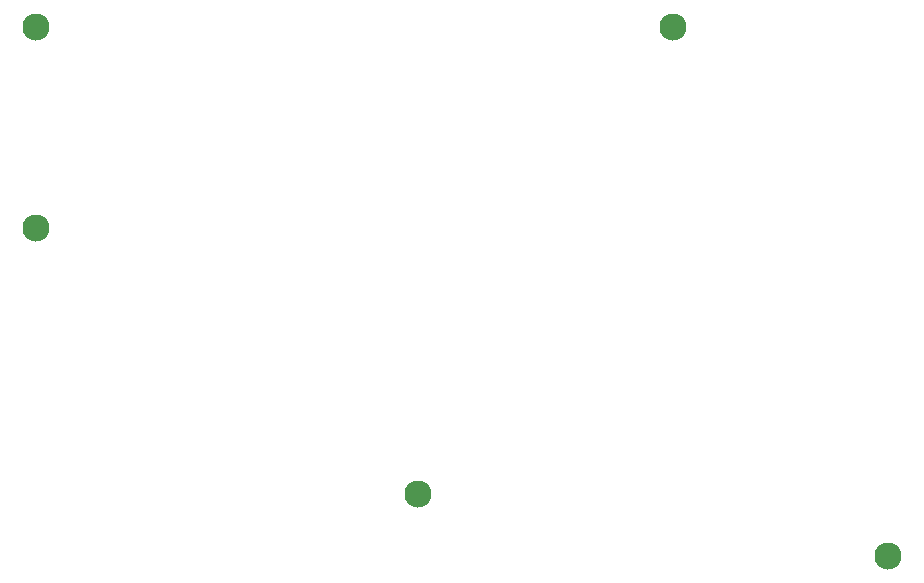
<source format=gbr>
%TF.GenerationSoftware,KiCad,Pcbnew,8.0.1*%
%TF.CreationDate,2024-12-01T13:42:11+09:00*%
%TF.ProjectId,frontplate,66726f6e-7470-46c6-9174-652e6b696361,0.2*%
%TF.SameCoordinates,Original*%
%TF.FileFunction,Soldermask,Bot*%
%TF.FilePolarity,Negative*%
%FSLAX46Y46*%
G04 Gerber Fmt 4.6, Leading zero omitted, Abs format (unit mm)*
G04 Created by KiCad (PCBNEW 8.0.1) date 2024-12-01 13:42:11*
%MOMM*%
%LPD*%
G01*
G04 APERTURE LIST*
%ADD10C,2.300000*%
G04 APERTURE END LIST*
D10*
%TO.C,MH2*%
X109000000Y-87250000D03*
%TD*%
%TO.C,MH3*%
X163000000Y-70250000D03*
%TD*%
%TO.C,MH1*%
X109000000Y-70250000D03*
%TD*%
%TO.C,MH4*%
X141400000Y-109775000D03*
%TD*%
%TO.C,MH5*%
X181186589Y-115013004D03*
%TD*%
M02*

</source>
